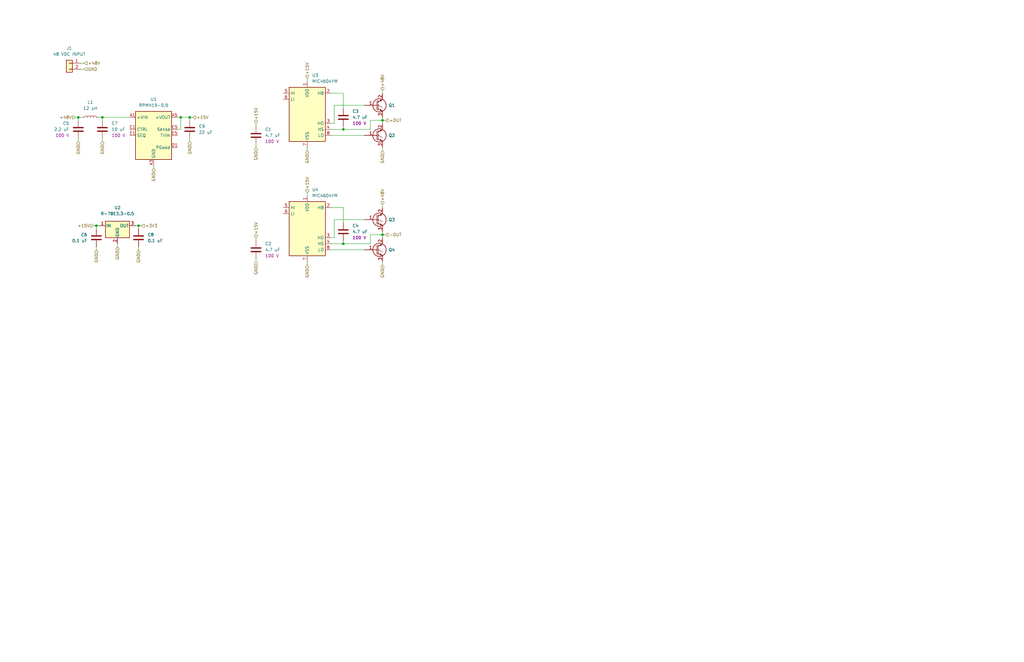
<source format=kicad_sch>
(kicad_sch (version 20211123) (generator eeschema)
  (paper "B")
  (lib_symbols
    (symbol "Connector_Generic:Conn_01x02" (pin_names (offset 1.016) hide)
      (property "Reference" "J" (at 0 2.54 0))
      (property "Value" "Conn_01x02" (at 0 -5.08 0))
      (symbol "Conn_01x02_1_1"
        (rectangle (start -1.27 -2.413) (end 0 -2.667) (stroke (width 0.1524)))
        (rectangle (start -1.27 0.127) (end 0 -0.127) (stroke (width 0.1524)))
        (rectangle (start -1.27 1.27) (end 1.27 -3.81) (stroke (width 0.254)) (fill (type background)))
        (pin passive line (at -5.08 0 0) (length 3.81) (name "Pin_1") (number "1"))
        (pin passive line (at -5.08 -2.54 0) (length 3.81) (name "Pin_2") (number "2"))
      )
    )
    (symbol "Converter_DCDC:RPM5.0-3.0"
      (property "Reference" "U" (at -6.35 11.43 0))
      (property "Value" "RPM5.0-3.0" (at 3.81 11.43 0))
      (symbol "RPM5.0-3.0_0_1"
        (rectangle (start -7.62 10.16) (end 7.62 -10.16) (stroke (width 0.254)) (fill (type background)))
      )
      (symbol "RPM5.0-3.0_1_1"
        (pin power_in line (at -10.16 7.62 0) (length 2.54) (name "+VIN") (number "A1"))
        (pin passive line (at -10.16 7.62 0) (length 2.54) hide (name "+VIN") (number "A2"))
        (pin power_in line (at 0 -12.7 90) (length 2.54) (name "GND") (number "A3"))
        (pin passive line (at 0 -12.7 90) (length 2.54) hide (name "GND") (number "A4"))
        (pin power_out line (at 10.16 7.62 180) (length 2.54) (name "+VOUT") (number "A5"))
        (pin passive line (at 0 -12.7 90) (length 2.54) hide (name "GND") (number "B1"))
        (pin passive line (at 0 -12.7 90) (length 2.54) hide (name "GND") (number "B2"))
        (pin passive line (at 0 -12.7 90) (length 2.54) hide (name "GND") (number "B3"))
        (pin passive line (at 0 -12.7 90) (length 2.54) hide (name "GND") (number "B4"))
        (pin passive line (at 10.16 7.62 180) (length 2.54) hide (name "+VOUT") (number "B5"))
        (pin input line (at -10.16 2.54 0) (length 2.54) (name "CTRL") (number "C1"))
        (pin passive line (at 0 -12.7 90) (length 2.54) hide (name "GND") (number "C2"))
        (pin passive line (at 0 -12.7 90) (length 2.54) hide (name "GND") (number "C3"))
        (pin passive line (at 0 -12.7 90) (length 2.54) hide (name "GND") (number "C4"))
        (pin input line (at 10.16 2.54 180) (length 2.54) (name "Sense") (number "C5"))
        (pin output line (at 10.16 -5.08 180) (length 2.54) (name "PGood") (number "D1"))
        (pin passive line (at 0 -12.7 90) (length 2.54) hide (name "GND") (number "D2"))
        (pin passive line (at 0 -12.7 90) (length 2.54) hide (name "GND") (number "D3"))
        (pin passive line (at 0 -12.7 90) (length 2.54) hide (name "GND") (number "D4"))
        (pin passive line (at 0 -12.7 90) (length 2.54) hide (name "GND") (number "D5"))
        (pin passive line (at -10.16 0 0) (length 2.54) (name "SEQ") (number "E1"))
        (pin no_connect line (at -7.62 -5.08 0) (length 2.54) hide (name "NC") (number "E2"))
        (pin passive line (at 0 -12.7 90) (length 2.54) hide (name "GND") (number "E3"))
        (pin passive line (at 0 -12.7 90) (length 2.54) hide (name "GND") (number "E4"))
        (pin input line (at 10.16 0 180) (length 2.54) (name "Trim") (number "E5"))
      )
    )
    (symbol "Device:C" (pin_numbers hide) (pin_names (offset 0.254))
      (property "Reference" "C" (at 0.635 2.54 0))
      (property "Value" "C" (at 0.635 -2.54 0))
      (symbol "C_0_1"
        (polyline (pts (xy -2.032 -0.762) (xy 2.032 -0.762)) (stroke (width 0.508)))
        (polyline (pts (xy -2.032 0.762) (xy 2.032 0.762)) (stroke (width 0.508)))
      )
      (symbol "C_1_1"
        (pin passive line (at 0 3.81 270) (length 2.794) (name "~") (number "1"))
        (pin passive line (at 0 -3.81 90) (length 2.794) (name "~") (number "2"))
      )
    )
    (symbol "Device:L" (pin_numbers hide) (pin_names (offset 1.016) hide)
      (property "Reference" "L" (at -1.27 0 90))
      (property "Value" "L" (at 1.905 0 90))
      (symbol "L_0_1"
        (arc (start 0 -2.54) (mid 0.635 -1.905) (end 0 -1.27))
        (arc (start 0 -1.27) (mid 0.635 -0.635) (end 0 0))
        (arc (start 0 0) (mid 0.635 0.635) (end 0 1.27))
        (arc (start 0 1.27) (mid 0.635 1.905) (end 0 2.54))
      )
      (symbol "L_1_1"
        (pin passive line (at 0 3.81 270) (length 1.27) (name "1") (number "1"))
        (pin passive line (at 0 -3.81 90) (length 1.27) (name "2") (number "2"))
      )
    )
    (symbol "Device:Q_NIGBT_GCE" (pin_names (offset 0) hide)
      (property "Reference" "Q" (at 5.08 1.27 0))
      (property "Value" "Q_NIGBT_GCE" (at 5.08 -1.27 0))
      (symbol "Q_NIGBT_GCE_0_1"
        (polyline (pts (xy 0.762 -1.016) (xy 0.762 -2.032)) (stroke (width 0.254)))
        (polyline (pts (xy 0.762 0.508) (xy 0.762 -0.508)) (stroke (width 0.254)))
        (polyline (pts (xy 0.762 2.032) (xy 0.762 1.016)) (stroke (width 0.254)))
        (polyline (pts (xy 2.54 -2.413) (xy 0.762 -1.524)))
        (polyline (pts (xy 2.54 -0.889) (xy 0.762 0)))
        (polyline (pts (xy 2.54 2.413) (xy 0.762 1.524)))
        (polyline (pts (xy 0.254 1.905) (xy 0.254 -1.905) (xy 0.254 -1.905)) (stroke (width 0.254)))
        (polyline (pts (xy 1.397 -2.159) (xy 1.651 -1.651) (xy 2.54 -2.413) (xy 1.397 -2.159)) (fill (type outline)))
        (polyline (pts (xy 2.159 1.905) (xy 1.905 2.413) (xy 1.016 1.651) (xy 2.159 1.905)) (fill (type outline)))
        (circle (center 1.27 0) (radius 2.8194) (stroke (width 0.254)))
      )
      (symbol "Q_NIGBT_GCE_1_1"
        (pin input line (at -5.08 0 0) (length 5.334) (name "G") (number "1"))
        (pin passive line (at 2.54 5.08 270) (length 2.54) (name "C") (number "2"))
        (pin passive line (at 2.54 -5.08 90) (length 2.54) (name "E") (number "3"))
      )
    )
    (symbol "Driver_FET:MIC4604YM"
      (property "Reference" "U" (at -8.89 -8.89 0))
      (property "Value" "MIC4604YM" (at -8.89 -11.43 0))
      (symbol "MIC4604YM_0_1"
        (rectangle (start -7.62 -12.7) (end 7.62 10.16) (stroke (width 0.254)) (fill (type background)))
      )
      (symbol "MIC4604YM_1_1"
        (pin power_in line (at 0 12.7 270) (length 2.54) (name "VDD") (number "1"))
        (pin passive line (at 10.16 7.62 180) (length 2.54) (name "HB") (number "2"))
        (pin output line (at 10.16 -5.08 180) (length 2.54) (name "HO") (number "3"))
        (pin passive line (at 10.16 -7.62 180) (length 2.54) (name "HS") (number "4"))
        (pin input line (at -10.16 7.62 0) (length 2.54) (name "HI") (number "5"))
        (pin input line (at -10.16 5.08 0) (length 2.54) (name "LI") (number "6"))
        (pin power_in line (at 0 -15.24 90) (length 2.54) (name "VSS") (number "7"))
        (pin output line (at 10.16 -10.16 180) (length 2.54) (name "LO") (number "8"))
      )
    )
    (symbol "Regulator_Switching:R-78E3.3-0.5" (pin_names (offset 0.254))
      (property "Reference" "U" (at -3.81 3.175 0))
      (property "Value" "R-78E3.3-0.5" (at 0 3.175 0))
      (symbol "R-78E3.3-0.5_0_1"
        (rectangle (start -5.08 1.905) (end 5.08 -5.08) (stroke (width 0.254)) (fill (type background)))
      )
      (symbol "R-78E3.3-0.5_1_1"
        (pin power_in line (at -7.62 0 0) (length 2.54) (name "IN") (number "1"))
        (pin power_in line (at 0 -7.62 90) (length 2.54) (name "GND") (number "2"))
        (pin power_out line (at 7.62 0 180) (length 2.54) (name "OUT") (number "3"))
      )
    )
  )
  (junction (at 80.01 49.53))
  (junction (at 161.29 50.8))
  (junction (at 40.64 95.25))
  (junction (at 58.42 95.25))
  (junction (at 144.78 102.87))
  (junction (at 161.29 99.06))
  (junction (at 43.18 49.53))
  (junction (at 33.02 49.53))
  (junction (at 144.78 54.61))
  (junction (at 76.2 49.53))
  (wire (pts (xy 156.21 102.87) (xy 144.78 102.87)))
  (wire (pts (xy 144.78 101.6) (xy 144.78 102.87)))
  (wire (pts (xy 34.29 26.67) (xy 35.56 26.67)))
  (wire (pts (xy 40.64 95.25) (xy 41.91 95.25)))
  (wire (pts (xy 129.54 110.49) (xy 129.54 111.76)))
  (wire (pts (xy 80.01 49.53) (xy 80.01 50.8)))
  (wire (pts (xy 49.53 102.87) (xy 49.53 104.14)))
  (wire (pts (xy 31.75 49.53) (xy 33.02 49.53)))
  (wire (pts (xy 43.18 49.53) (xy 41.91 49.53)))
  (wire (pts (xy 33.02 58.42) (xy 33.02 59.69)))
  (wire (pts (xy 153.67 105.41) (xy 139.7 105.41)))
  (wire (pts (xy 161.29 87.63) (xy 161.29 86.36)))
  (wire (pts (xy 144.78 53.34) (xy 144.78 54.61)))
  (wire (pts (xy 33.02 49.53) (xy 33.02 50.8)))
  (wire (pts (xy 76.2 49.53) (xy 80.01 49.53)))
  (wire (pts (xy 144.78 45.72) (xy 144.78 39.37)))
  (wire (pts (xy 161.29 49.53) (xy 161.29 50.8)))
  (wire (pts (xy 43.18 58.42) (xy 43.18 59.69)))
  (wire (pts (xy 140.97 92.71) (xy 153.67 92.71)))
  (wire (pts (xy 107.95 109.22) (xy 107.95 110.49)))
  (wire (pts (xy 161.29 97.79) (xy 161.29 99.06)))
  (wire (pts (xy 140.97 44.45) (xy 153.67 44.45)))
  (wire (pts (xy 34.29 29.21) (xy 35.56 29.21)))
  (wire (pts (xy 140.97 100.33) (xy 140.97 92.71)))
  (wire (pts (xy 58.42 95.25) (xy 58.42 96.52)))
  (wire (pts (xy 129.54 34.29) (xy 129.54 33.02)))
  (wire (pts (xy 161.29 50.8) (xy 156.21 50.8)))
  (wire (pts (xy 107.95 53.34) (xy 107.95 52.07)))
  (wire (pts (xy 64.77 69.85) (xy 64.77 71.12)))
  (wire (pts (xy 161.29 99.06) (xy 161.29 100.33)))
  (wire (pts (xy 107.95 101.6) (xy 107.95 100.33)))
  (wire (pts (xy 139.7 52.07) (xy 140.97 52.07)))
  (wire (pts (xy 43.18 49.53) (xy 43.18 50.8)))
  (wire (pts (xy 76.2 49.53) (xy 76.2 54.61)))
  (wire (pts (xy 139.7 54.61) (xy 144.78 54.61)))
  (wire (pts (xy 76.2 54.61) (xy 74.93 54.61)))
  (wire (pts (xy 161.29 110.49) (xy 161.29 111.76)))
  (wire (pts (xy 144.78 87.63) (xy 139.7 87.63)))
  (wire (pts (xy 161.29 62.23) (xy 161.29 63.5)))
  (wire (pts (xy 162.56 99.06) (xy 161.29 99.06)))
  (wire (pts (xy 139.7 57.15) (xy 153.67 57.15)))
  (wire (pts (xy 129.54 82.55) (xy 129.54 81.28)))
  (wire (pts (xy 156.21 99.06) (xy 156.21 102.87)))
  (wire (pts (xy 33.02 49.53) (xy 34.29 49.53)))
  (wire (pts (xy 161.29 39.37) (xy 161.29 38.1)))
  (wire (pts (xy 40.64 95.25) (xy 39.37 95.25)))
  (wire (pts (xy 156.21 50.8) (xy 156.21 54.61)))
  (wire (pts (xy 144.78 93.98) (xy 144.78 87.63)))
  (wire (pts (xy 40.64 104.14) (xy 40.64 105.41)))
  (wire (pts (xy 140.97 52.07) (xy 140.97 44.45)))
  (wire (pts (xy 144.78 102.87) (xy 139.7 102.87)))
  (wire (pts (xy 58.42 95.25) (xy 59.69 95.25)))
  (wire (pts (xy 54.61 49.53) (xy 43.18 49.53)))
  (wire (pts (xy 40.64 95.25) (xy 40.64 96.52)))
  (wire (pts (xy 80.01 58.42) (xy 80.01 59.69)))
  (wire (pts (xy 74.93 49.53) (xy 76.2 49.53)))
  (wire (pts (xy 107.95 60.96) (xy 107.95 62.23)))
  (wire (pts (xy 161.29 99.06) (xy 156.21 99.06)))
  (wire (pts (xy 57.15 95.25) (xy 58.42 95.25)))
  (wire (pts (xy 80.01 49.53) (xy 81.28 49.53)))
  (wire (pts (xy 139.7 100.33) (xy 140.97 100.33)))
  (wire (pts (xy 139.7 39.37) (xy 144.78 39.37)))
  (wire (pts (xy 144.78 54.61) (xy 156.21 54.61)))
  (wire (pts (xy 58.42 104.14) (xy 58.42 105.41)))
  (wire (pts (xy 129.54 62.23) (xy 129.54 63.5)))
  (wire (pts (xy 161.29 50.8) (xy 161.29 52.07)))
  (wire (pts (xy 161.29 50.8) (xy 162.56 50.8)))
  (hierarchical_label "GND" (shape input) (at 107.95 110.49 270))
  (hierarchical_label "+15V" (shape input) (at 81.28 49.53 0))
  (hierarchical_label "+15V" (shape input) (at 129.54 81.28 90))
  (hierarchical_label "GND" (shape input) (at 43.18 59.69 270))
  (hierarchical_label "GND" (shape input) (at 161.29 63.5 270))
  (hierarchical_label "GND" (shape input) (at 40.64 105.41 270))
  (hierarchical_label "+15V" (shape input) (at 39.37 95.25 180))
  (hierarchical_label "+15V" (shape input) (at 107.95 100.33 90))
  (hierarchical_label "GND" (shape input) (at 129.54 111.76 270))
  (hierarchical_label "+48V" (shape input) (at 31.75 49.53 180))
  (hierarchical_label "+48V" (shape input) (at 161.29 86.36 90))
  (hierarchical_label "GND" (shape input) (at 129.54 63.5 270))
  (hierarchical_label "GND" (shape input) (at 58.42 105.41 270))
  (hierarchical_label "-OUT" (shape input) (at 162.56 99.06 0))
  (hierarchical_label "GND" (shape input) (at 80.01 59.69 270))
  (hierarchical_label "+48V" (shape input) (at 35.56 26.67 0))
  (hierarchical_label "+15V" (shape input) (at 107.95 52.07 90))
  (hierarchical_label "+48V" (shape input) (at 161.29 38.1 90))
  (hierarchical_label "GND" (shape input) (at 64.77 71.12 270))
  (hierarchical_label "GND" (shape input) (at 35.56 29.21 0))
  (hierarchical_label "+3V3" (shape input) (at 59.69 95.25 0))
  (hierarchical_label "GND" (shape input) (at 49.53 104.14 270))
  (hierarchical_label "+OUT" (shape input) (at 162.56 50.8 0))
  (hierarchical_label "GND" (shape input) (at 161.29 111.76 270))
  (hierarchical_label "GND" (shape input) (at 33.02 59.69 270))
  (hierarchical_label "GND" (shape input) (at 107.95 62.23 270))
  (hierarchical_label "+15V" (shape input) (at 129.54 33.02 90))
  (symbol (lib_id "Device:L") (at 38.1 49.53 90) (unit 1)
    (property "Reference" "L1" (at 38.1 43.18 90))
    (property "Value" "12 uH" (at 38.1 45.72 90))
    (property "Footprint" "Inductor_SMD:L_Bourns_SRN6045TA" (effects hide))
    (property "MFG1PN" "SDE0604A-120M" (effects hide))
    (property "MFG1" "Bourns" (effects hide))
  )
  (symbol (lib_id "Driver_FET:MIC4604YM") (at 129.54 95.25 0) (unit 1)
    (property "Reference" "U4" (at 131.5594 80.01 0) (effects (justify left)))
    (property "Value" "MIC4604YM" (at 131.5594 82.55 0) (effects (justify left)))
    (property "Footprint" "Package_SO:SOIC-8_3.9x4.9mm_P1.27mm" (effects hide))
    (property "Datasheet" "http://ww1.microchip.com/downloads/en/DeviceDoc/20005852A.pdf" (effects hide))
  )
  (symbol (lib_id "Device:C") (at 80.01 54.61 0) (unit 1)
    (property "Reference" "C9" (at 83.82 53.3399 0) (effects (justify left)))
    (property "Value" "22 uF" (at 83.82 55.8799 0) (effects (justify left)))
  )
  (symbol (lib_id "Device:C") (at 58.42 100.33 0) (unit 1)
    (property "Reference" "C8" (at 62.23 99.0599 0) (effects (justify left)))
    (property "Value" "0.1 uF" (at 62.23 101.5999 0) (effects (justify left)))
  )
  (symbol (lib_id "Device:Q_NIGBT_GCE") (at 158.75 57.15 0) (unit 1)
    (property "Reference" "Q2" (at 163.83 57.1499 0) (effects (justify left)))
    (property "Value" "Q_NIGBT_GCE" (effects hide))
  )
  (symbol (lib_id "Device:Q_NIGBT_GCE") (at 158.75 105.41 0) (unit 1)
    (property "Reference" "Q4" (at 163.83 105.4099 0) (effects (justify left)))
    (property "Value" "Q_NIGBT_GCE" (effects hide))
  )
  (symbol (lib_id "Device:C") (at 107.95 105.41 180) (unit 1)
    (property "Reference" "C2" (at 111.76 102.8699 0) (effects (justify right)))
    (property "Value" "4.7 uF" (at 111.76 105.4099 0) (effects (justify right)))
    (property "Voltage" "100 V" (at 111.76 107.9499 0) (effects (justify right)))
    (property "MFG1PN" "CL32B475KCVZNWE" (effects hide))
    (property "MFG1" "Samsung Electro-Mechanics" (effects hide))
  )
  (symbol (lib_id "Device:C") (at 144.78 97.79 180) (unit 1)
    (property "Reference" "C4" (at 148.59 95.2499 0) (effects (justify right)))
    (property "Value" "4.7 uF" (at 148.59 97.7899 0) (effects (justify right)))
    (property "Voltage" "100 V" (at 148.59 100.3299 0) (effects (justify right)))
    (property "MFG1PN" "CL32B475KCVZNWE" (effects hide))
    (property "MFG1" "Samsung Electro-Mechanics" (effects hide))
  )
  (symbol (lib_id "Device:Q_NIGBT_GCE") (at 158.75 92.71 0) (unit 1)
    (property "Reference" "Q3" (at 163.83 92.7099 0) (effects (justify left)))
    (property "Value" "Q_NIGBT_GCE" (effects hide))
  )
  (symbol (lib_id "Device:C") (at 144.78 49.53 180) (unit 1)
    (property "Reference" "C3" (at 148.59 46.9899 0) (effects (justify right)))
    (property "Value" "4.7 uF" (at 148.59 49.5299 0) (effects (justify right)))
    (property "Voltage" "100 V" (at 148.59 52.0699 0) (effects (justify right)))
    (property "MFG1PN" "CL32B475KCVZNWE" (effects hide))
    (property "MFG1" "Samsung Electro-Mechanics" (effects hide))
  )
  (symbol (lib_id "Driver_FET:MIC4604YM") (at 129.54 46.99 0) (unit 1)
    (property "Reference" "U3" (at 131.5594 31.75 0) (effects (justify left)))
    (property "Value" "MIC4604YM" (at 131.5594 34.29 0) (effects (justify left)))
    (property "Footprint" "Package_SO:SOIC-8_3.9x4.9mm_P1.27mm" (effects hide))
    (property "Datasheet" "http://ww1.microchip.com/downloads/en/DeviceDoc/20005852A.pdf" (effects hide))
  )
  (symbol (lib_id "Converter_DCDC:RPM5.0-3.0") (at 64.77 57.15 0) (unit 1)
    (property "Reference" "U1" (at 64.77 41.91 0))
    (property "Value" "RPMH15-0.5" (at 64.77 44.45 0))
    (property "Footprint" "Converter_DCDC:Converter_DCDC_RECOM_RPMx.x-x.0" (effects hide))
    (property "Datasheet" "https://www.recom-power.com/pdf/Innoline/RPM-3.0.pdf" (effects hide))
    (property "MFG1PN" "RPMH15-0.5" (effects hide))
    (property "MFG1" "RECOM" (effects hide))
  )
  (symbol (lib_id "Device:C") (at 33.02 54.61 0) (unit 1)
    (property "Reference" "C5" (at 29.21 52.0699 0) (effects (justify right)))
    (property "Value" "2.2 uF" (at 29.21 54.6099 0) (effects (justify right)))
    (property "Voltage" "100 V" (at 29.21 57.1499 0) (effects (justify right)))
  )
  (symbol (lib_id "Device:Q_NIGBT_GCE") (at 158.75 44.45 0) (unit 1)
    (property "Reference" "Q1" (at 163.83 44.4499 0) (effects (justify left)))
    (property "Value" "Q_NIGBT_GCE" (effects hide))
  )
  (symbol (lib_id "Connector_Generic:Conn_01x02") (at 29.21 26.67 0) (mirror y) (unit 1)
    (property "Reference" "J1" (at 29.21 20.32 0))
    (property "Value" "48 VDC INPUT" (at 29.21 22.86 0))
  )
  (symbol (lib_id "Device:C") (at 40.64 100.33 0) (unit 1)
    (property "Reference" "C6" (at 36.83 99.0599 0) (effects (justify right)))
    (property "Value" "0.1 uF" (at 36.83 101.5999 0) (effects (justify right)))
  )
  (symbol (lib_id "Device:C") (at 107.95 57.15 180) (unit 1)
    (property "Reference" "C1" (at 111.76 54.6099 0) (effects (justify right)))
    (property "Value" "4.7 uF" (at 111.76 57.1499 0) (effects (justify right)))
    (property "Voltage" "100 V" (at 111.76 59.6899 0) (effects (justify right)))
    (property "MFG1PN" "CL32B475KCVZNWE" (effects hide))
    (property "MFG1" "Samsung Electro-Mechanics" (effects hide))
  )
  (symbol (lib_id "Device:C") (at 43.18 54.61 0) (unit 1)
    (property "Reference" "C7" (at 46.99 52.0699 0) (effects (justify left)))
    (property "Value" "10 uF" (at 46.99 54.6099 0) (effects (justify left)))
    (property "Voltage" "100 V" (at 46.99 57.1499 0) (effects (justify left)))
  )
  (symbol (lib_id "Regulator_Switching:R-78E3.3-0.5") (at 49.53 95.25 0) (unit 1)
    (property "Reference" "U2" (at 49.53 87.63 0))
    (property "Value" "R-78E3.3-0.5" (at 49.53 90.17 0))
    (property "Footprint" "Converter_DCDC:Converter_DCDC_RECOM_R-78E-0.5_THT" (effects hide))
    (property "Datasheet" "https://www.recom-power.com/pdf/Innoline/R-78Exx-0.5.pdf" (effects hide))
  )
)
</source>
